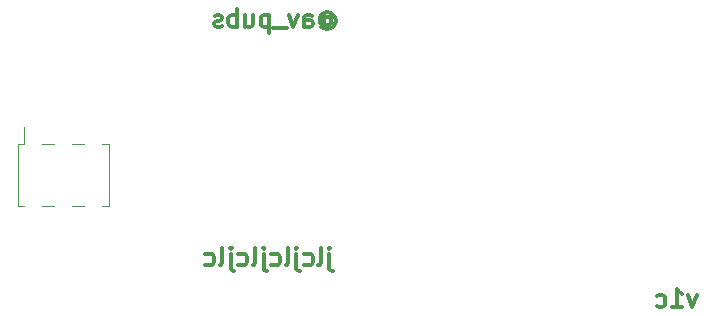
<source format=gbo>
%TF.GenerationSoftware,KiCad,Pcbnew,(6.99.0-2452-gdb4f2d9dd8)*%
%TF.CreationDate,2022-07-19T06:09:55+04:00*%
%TF.ProjectId,B2,42322e6b-6963-4616-945f-706362585858,rev?*%
%TF.SameCoordinates,Original*%
%TF.FileFunction,Legend,Bot*%
%TF.FilePolarity,Positive*%
%FSLAX46Y46*%
G04 Gerber Fmt 4.6, Leading zero omitted, Abs format (unit mm)*
G04 Created by KiCad (PCBNEW (6.99.0-2452-gdb4f2d9dd8)) date 2022-07-19 06:09:55*
%MOMM*%
%LPD*%
G01*
G04 APERTURE LIST*
%ADD10C,0.300000*%
%ADD11C,0.120000*%
%ADD12R,1.000000X3.150000*%
G04 APERTURE END LIST*
D10*
X155114285Y-101851071D02*
X155114285Y-103136785D01*
X155114285Y-103136785D02*
X155185713Y-103279642D01*
X155185713Y-103279642D02*
X155328570Y-103351071D01*
X155328570Y-103351071D02*
X155399999Y-103351071D01*
X155114285Y-101351071D02*
X155185713Y-101422500D01*
X155185713Y-101422500D02*
X155114285Y-101493928D01*
X155114285Y-101493928D02*
X155042856Y-101422500D01*
X155042856Y-101422500D02*
X155114285Y-101351071D01*
X155114285Y-101351071D02*
X155114285Y-101493928D01*
X154185713Y-102851071D02*
X154328570Y-102779642D01*
X154328570Y-102779642D02*
X154399999Y-102636785D01*
X154399999Y-102636785D02*
X154399999Y-101351071D01*
X152971428Y-102779642D02*
X153114285Y-102851071D01*
X153114285Y-102851071D02*
X153399999Y-102851071D01*
X153399999Y-102851071D02*
X153542856Y-102779642D01*
X153542856Y-102779642D02*
X153614285Y-102708214D01*
X153614285Y-102708214D02*
X153685713Y-102565357D01*
X153685713Y-102565357D02*
X153685713Y-102136785D01*
X153685713Y-102136785D02*
X153614285Y-101993928D01*
X153614285Y-101993928D02*
X153542856Y-101922500D01*
X153542856Y-101922500D02*
X153399999Y-101851071D01*
X153399999Y-101851071D02*
X153114285Y-101851071D01*
X153114285Y-101851071D02*
X152971428Y-101922500D01*
X152328571Y-101851071D02*
X152328571Y-103136785D01*
X152328571Y-103136785D02*
X152399999Y-103279642D01*
X152399999Y-103279642D02*
X152542856Y-103351071D01*
X152542856Y-103351071D02*
X152614285Y-103351071D01*
X152328571Y-101351071D02*
X152399999Y-101422500D01*
X152399999Y-101422500D02*
X152328571Y-101493928D01*
X152328571Y-101493928D02*
X152257142Y-101422500D01*
X152257142Y-101422500D02*
X152328571Y-101351071D01*
X152328571Y-101351071D02*
X152328571Y-101493928D01*
X151399999Y-102851071D02*
X151542856Y-102779642D01*
X151542856Y-102779642D02*
X151614285Y-102636785D01*
X151614285Y-102636785D02*
X151614285Y-101351071D01*
X150185714Y-102779642D02*
X150328571Y-102851071D01*
X150328571Y-102851071D02*
X150614285Y-102851071D01*
X150614285Y-102851071D02*
X150757142Y-102779642D01*
X150757142Y-102779642D02*
X150828571Y-102708214D01*
X150828571Y-102708214D02*
X150899999Y-102565357D01*
X150899999Y-102565357D02*
X150899999Y-102136785D01*
X150899999Y-102136785D02*
X150828571Y-101993928D01*
X150828571Y-101993928D02*
X150757142Y-101922500D01*
X150757142Y-101922500D02*
X150614285Y-101851071D01*
X150614285Y-101851071D02*
X150328571Y-101851071D01*
X150328571Y-101851071D02*
X150185714Y-101922500D01*
X149542857Y-101851071D02*
X149542857Y-103136785D01*
X149542857Y-103136785D02*
X149614285Y-103279642D01*
X149614285Y-103279642D02*
X149757142Y-103351071D01*
X149757142Y-103351071D02*
X149828571Y-103351071D01*
X149542857Y-101351071D02*
X149614285Y-101422500D01*
X149614285Y-101422500D02*
X149542857Y-101493928D01*
X149542857Y-101493928D02*
X149471428Y-101422500D01*
X149471428Y-101422500D02*
X149542857Y-101351071D01*
X149542857Y-101351071D02*
X149542857Y-101493928D01*
X148614285Y-102851071D02*
X148757142Y-102779642D01*
X148757142Y-102779642D02*
X148828571Y-102636785D01*
X148828571Y-102636785D02*
X148828571Y-101351071D01*
X147400000Y-102779642D02*
X147542857Y-102851071D01*
X147542857Y-102851071D02*
X147828571Y-102851071D01*
X147828571Y-102851071D02*
X147971428Y-102779642D01*
X147971428Y-102779642D02*
X148042857Y-102708214D01*
X148042857Y-102708214D02*
X148114285Y-102565357D01*
X148114285Y-102565357D02*
X148114285Y-102136785D01*
X148114285Y-102136785D02*
X148042857Y-101993928D01*
X148042857Y-101993928D02*
X147971428Y-101922500D01*
X147971428Y-101922500D02*
X147828571Y-101851071D01*
X147828571Y-101851071D02*
X147542857Y-101851071D01*
X147542857Y-101851071D02*
X147400000Y-101922500D01*
X146757143Y-101851071D02*
X146757143Y-103136785D01*
X146757143Y-103136785D02*
X146828571Y-103279642D01*
X146828571Y-103279642D02*
X146971428Y-103351071D01*
X146971428Y-103351071D02*
X147042857Y-103351071D01*
X146757143Y-101351071D02*
X146828571Y-101422500D01*
X146828571Y-101422500D02*
X146757143Y-101493928D01*
X146757143Y-101493928D02*
X146685714Y-101422500D01*
X146685714Y-101422500D02*
X146757143Y-101351071D01*
X146757143Y-101351071D02*
X146757143Y-101493928D01*
X145828571Y-102851071D02*
X145971428Y-102779642D01*
X145971428Y-102779642D02*
X146042857Y-102636785D01*
X146042857Y-102636785D02*
X146042857Y-101351071D01*
X144614286Y-102779642D02*
X144757143Y-102851071D01*
X144757143Y-102851071D02*
X145042857Y-102851071D01*
X145042857Y-102851071D02*
X145185714Y-102779642D01*
X145185714Y-102779642D02*
X145257143Y-102708214D01*
X145257143Y-102708214D02*
X145328571Y-102565357D01*
X145328571Y-102565357D02*
X145328571Y-102136785D01*
X145328571Y-102136785D02*
X145257143Y-101993928D01*
X145257143Y-101993928D02*
X145185714Y-101922500D01*
X145185714Y-101922500D02*
X145042857Y-101851071D01*
X145042857Y-101851071D02*
X144757143Y-101851071D01*
X144757143Y-101851071D02*
X144614286Y-101922500D01*
X154642856Y-81936785D02*
X154714285Y-81865357D01*
X154714285Y-81865357D02*
X154857142Y-81793928D01*
X154857142Y-81793928D02*
X154999999Y-81793928D01*
X154999999Y-81793928D02*
X155142856Y-81865357D01*
X155142856Y-81865357D02*
X155214285Y-81936785D01*
X155214285Y-81936785D02*
X155285713Y-82079642D01*
X155285713Y-82079642D02*
X155285713Y-82222500D01*
X155285713Y-82222500D02*
X155214285Y-82365357D01*
X155214285Y-82365357D02*
X155142856Y-82436785D01*
X155142856Y-82436785D02*
X154999999Y-82508214D01*
X154999999Y-82508214D02*
X154857142Y-82508214D01*
X154857142Y-82508214D02*
X154714285Y-82436785D01*
X154714285Y-82436785D02*
X154642856Y-82365357D01*
X154642856Y-81793928D02*
X154642856Y-82365357D01*
X154642856Y-82365357D02*
X154571428Y-82436785D01*
X154571428Y-82436785D02*
X154499999Y-82436785D01*
X154499999Y-82436785D02*
X154357142Y-82365357D01*
X154357142Y-82365357D02*
X154285713Y-82222500D01*
X154285713Y-82222500D02*
X154285713Y-81865357D01*
X154285713Y-81865357D02*
X154428571Y-81651071D01*
X154428571Y-81651071D02*
X154642856Y-81508214D01*
X154642856Y-81508214D02*
X154928571Y-81436785D01*
X154928571Y-81436785D02*
X155214285Y-81508214D01*
X155214285Y-81508214D02*
X155428571Y-81651071D01*
X155428571Y-81651071D02*
X155571428Y-81865357D01*
X155571428Y-81865357D02*
X155642856Y-82151071D01*
X155642856Y-82151071D02*
X155571428Y-82436785D01*
X155571428Y-82436785D02*
X155428571Y-82651071D01*
X155428571Y-82651071D02*
X155214285Y-82793928D01*
X155214285Y-82793928D02*
X154928571Y-82865357D01*
X154928571Y-82865357D02*
X154642856Y-82793928D01*
X154642856Y-82793928D02*
X154428571Y-82651071D01*
X153000000Y-82651071D02*
X153000000Y-81865357D01*
X153000000Y-81865357D02*
X153071428Y-81722500D01*
X153071428Y-81722500D02*
X153214285Y-81651071D01*
X153214285Y-81651071D02*
X153500000Y-81651071D01*
X153500000Y-81651071D02*
X153642857Y-81722500D01*
X153000000Y-82579642D02*
X153142857Y-82651071D01*
X153142857Y-82651071D02*
X153500000Y-82651071D01*
X153500000Y-82651071D02*
X153642857Y-82579642D01*
X153642857Y-82579642D02*
X153714285Y-82436785D01*
X153714285Y-82436785D02*
X153714285Y-82293928D01*
X153714285Y-82293928D02*
X153642857Y-82151071D01*
X153642857Y-82151071D02*
X153500000Y-82079642D01*
X153500000Y-82079642D02*
X153142857Y-82079642D01*
X153142857Y-82079642D02*
X153000000Y-82008214D01*
X152428571Y-81651071D02*
X152071428Y-82651071D01*
X152071428Y-82651071D02*
X151714285Y-81651071D01*
X151500000Y-82793928D02*
X150357142Y-82793928D01*
X150000000Y-81651071D02*
X150000000Y-83151071D01*
X150000000Y-81722500D02*
X149857143Y-81651071D01*
X149857143Y-81651071D02*
X149571428Y-81651071D01*
X149571428Y-81651071D02*
X149428571Y-81722500D01*
X149428571Y-81722500D02*
X149357143Y-81793928D01*
X149357143Y-81793928D02*
X149285714Y-81936785D01*
X149285714Y-81936785D02*
X149285714Y-82365357D01*
X149285714Y-82365357D02*
X149357143Y-82508214D01*
X149357143Y-82508214D02*
X149428571Y-82579642D01*
X149428571Y-82579642D02*
X149571428Y-82651071D01*
X149571428Y-82651071D02*
X149857143Y-82651071D01*
X149857143Y-82651071D02*
X150000000Y-82579642D01*
X148000000Y-81651071D02*
X148000000Y-82651071D01*
X148642857Y-81651071D02*
X148642857Y-82436785D01*
X148642857Y-82436785D02*
X148571428Y-82579642D01*
X148571428Y-82579642D02*
X148428571Y-82651071D01*
X148428571Y-82651071D02*
X148214285Y-82651071D01*
X148214285Y-82651071D02*
X148071428Y-82579642D01*
X148071428Y-82579642D02*
X148000000Y-82508214D01*
X147285714Y-82651071D02*
X147285714Y-81151071D01*
X147285714Y-81722500D02*
X147142857Y-81651071D01*
X147142857Y-81651071D02*
X146857142Y-81651071D01*
X146857142Y-81651071D02*
X146714285Y-81722500D01*
X146714285Y-81722500D02*
X146642857Y-81793928D01*
X146642857Y-81793928D02*
X146571428Y-81936785D01*
X146571428Y-81936785D02*
X146571428Y-82365357D01*
X146571428Y-82365357D02*
X146642857Y-82508214D01*
X146642857Y-82508214D02*
X146714285Y-82579642D01*
X146714285Y-82579642D02*
X146857142Y-82651071D01*
X146857142Y-82651071D02*
X147142857Y-82651071D01*
X147142857Y-82651071D02*
X147285714Y-82579642D01*
X145999999Y-82579642D02*
X145857142Y-82651071D01*
X145857142Y-82651071D02*
X145571428Y-82651071D01*
X145571428Y-82651071D02*
X145428571Y-82579642D01*
X145428571Y-82579642D02*
X145357142Y-82436785D01*
X145357142Y-82436785D02*
X145357142Y-82365357D01*
X145357142Y-82365357D02*
X145428571Y-82222500D01*
X145428571Y-82222500D02*
X145571428Y-82151071D01*
X145571428Y-82151071D02*
X145785714Y-82151071D01*
X145785714Y-82151071D02*
X145928571Y-82079642D01*
X145928571Y-82079642D02*
X145999999Y-81936785D01*
X145999999Y-81936785D02*
X145999999Y-81865357D01*
X145999999Y-81865357D02*
X145928571Y-81722500D01*
X145928571Y-81722500D02*
X145785714Y-81651071D01*
X145785714Y-81651071D02*
X145571428Y-81651071D01*
X145571428Y-81651071D02*
X145428571Y-81722500D01*
X186214285Y-105351071D02*
X185857142Y-106351071D01*
X185857142Y-106351071D02*
X185499999Y-105351071D01*
X184142856Y-106351071D02*
X184999999Y-106351071D01*
X184571428Y-106351071D02*
X184571428Y-104851071D01*
X184571428Y-104851071D02*
X184714285Y-105065357D01*
X184714285Y-105065357D02*
X184857142Y-105208214D01*
X184857142Y-105208214D02*
X184999999Y-105279642D01*
X182857143Y-106279642D02*
X183000000Y-106351071D01*
X183000000Y-106351071D02*
X183285714Y-106351071D01*
X183285714Y-106351071D02*
X183428571Y-106279642D01*
X183428571Y-106279642D02*
X183500000Y-106208214D01*
X183500000Y-106208214D02*
X183571428Y-106065357D01*
X183571428Y-106065357D02*
X183571428Y-105636785D01*
X183571428Y-105636785D02*
X183500000Y-105493928D01*
X183500000Y-105493928D02*
X183428571Y-105422500D01*
X183428571Y-105422500D02*
X183285714Y-105351071D01*
X183285714Y-105351071D02*
X183000000Y-105351071D01*
X183000000Y-105351071D02*
X182857143Y-105422500D01*
D11*
X129300000Y-91160000D02*
X129300000Y-92600000D01*
X136470000Y-92600000D02*
X136470000Y-97800000D01*
X135900000Y-92600000D02*
X136470000Y-92600000D01*
X133360000Y-92600000D02*
X134380000Y-92600000D01*
X130820000Y-92600000D02*
X131840000Y-92600000D01*
X128730000Y-92600000D02*
X129300000Y-92600000D01*
X128730000Y-92600000D02*
X128730000Y-97800000D01*
X135900000Y-97800000D02*
X136470000Y-97800000D01*
X133360000Y-97800000D02*
X134380000Y-97800000D01*
X130820000Y-97800000D02*
X131840000Y-97800000D01*
X128730000Y-97800000D02*
X129300000Y-97800000D01*
%LPC*%
D12*
X130059999Y-92674999D03*
X130059999Y-97724999D03*
X132599999Y-92674999D03*
X132599999Y-97724999D03*
X135139999Y-92674999D03*
X135139999Y-97724999D03*
M02*

</source>
